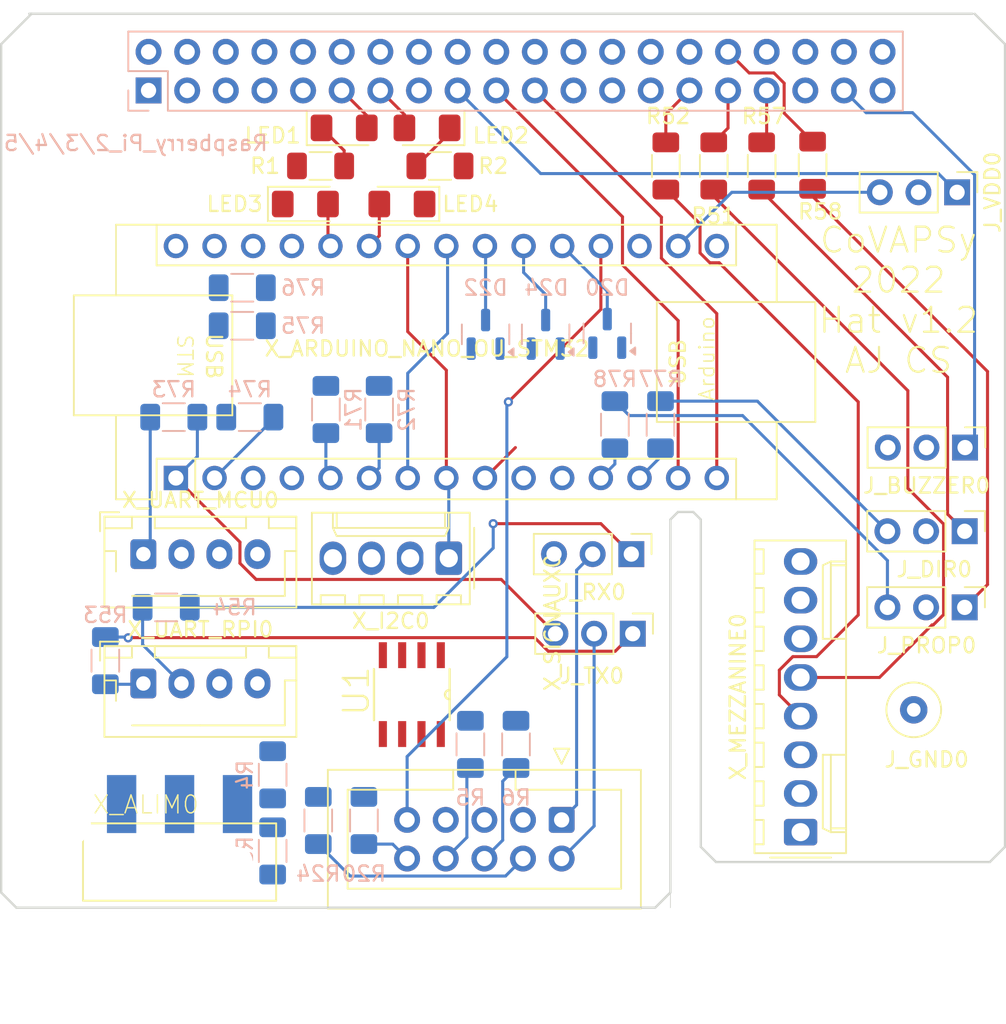
<source format=kicad_pcb>
(kicad_pcb (version 20240108) (generator "pcbnew") (generator_version "8.0")
  (layers (0 "F.Cu" signal) (31 "B.Cu" signal) (34 "B.Paste" user) (35 "F.Paste" user) (36 "B.SilkS" user "B.Silkscreen") (37 "F.SilkS" user "F.Silkscreen") (38 "B.Mask" user) (39 "F.Mask" user) (44 "Edge.Cuts" user))
  (net 0 "")
  (net 1 "GND")
  (net 2 "/CAPT_IR_G")
  (net 3 "/BUZZER_RPI")
  (net 4 "/I2C_SCL")
  (net 5 "/RX_RPI")
  (net 6 "/VCC_5V")
  (net 7 "/VDD_RPI")
  (net 8 "/MOSI")
  (net 9 "/SCK")
  (net 10 "/MISO")
  (net 11 "/I2C_SDA")
  (net 12 "/TX_RPI")
  (net 13 "Net-(LED1-K)")
  (net 14 "Net-(LED2-K)")
  (net 15 "Net-(LED3-A)")
  (net 16 "Net-(LED3-K)")
  (net 17 "Net-(LED4-K)")
  (net 18 "Net-(LED4-A)")
  (net 19 "Net-(R3-Pad1)")
  (net 20 "/V_SENSE_NiMH")
  (net 21 "/I2C_SDA_5V")
  (net 22 "/I2C_SCL_5V")
  (net 23 "/TELEM_G")
  (net 24 "/BP2")
  (net 25 "/BP1")
  (net 26 "/TX_RPI_P")
  (net 27 "/RX_RPI_P")
  (net 28 "/SERVO_DIR_RPI")
  (net 29 "/PROPULSION_RPI")
  (net 30 "Net-(X_ARDUINO_NANO_OU_STM32-D2)")
  (net 31 "Net-(X_ARDUINO_NANO_OU_STM32-D3)")
  (net 32 "/TX_MCU_P")
  (net 33 "/TX_MCU")
  (net 34 "/RX_MCU_P")
  (net 35 "/RX_MCU")
  (net 36 "/SERVO_DIR_MCU")
  (net 37 "Net-(X_ARDUINO_NANO_OU_STM32-D10)")
  (net 38 "Net-(X_ARDUINO_NANO_OU_STM32-D9)")
  (net 39 "/PROPULSION_MCU")
  (net 41 "/RESET")
  (net 44 "/MESURE_VBAT_NiMH")
  (net 46 "/VDD_MCU")
  (net 48 "/BUZZER_MCU")
  (net 50 "/MESURE_VBAT_LiPo")
  (net 51 "/FOURCHE")
  (net 52 "/PWM_DIRECTION")
  (net 53 "/RX_DIR")
  (net 54 "VDD")
  (net 55 "/TX_DIR")
  (net 56 "/PWM_PROPULSION")
  (net 57 "/BUZZER")
  (net 58 "Net-(LED1-A)")
  (net 59 "Net-(LED2-A)")
  (net 60 "Net-(Raspberry_Pi_2/3/4/5-GCLK2{slash}GPIO6)")
  (net 61 "Net-(Raspberry_Pi_2/3/4/5-GCLK1{slash}GPIO5)")
  (net 62 "Net-(Raspberry_Pi_2/3/4/5-PWM1{slash}GPIO13)")
  (net 63 "Net-(Raspberry_Pi_2/3/4/5-PWM0{slash}GPIO12)")
  (footprint "Resistor_SMD:R_1206_3216Metric_Pad1.30x1.75mm_HandSolder" (layer "F.Cu") (at 185 56.95 -90)
    (property "Reference" "R58")
    (property "Value" "560")
  )
  (footprint "Connector_Molex:Molex_KK-254_AE-6410-04A_1x04_P2.54mm_Vertical" (layer "F.Cu") (at 161.08 82.77 180)
    (property "Reference" "X_I2C0")
    (property "Value" "Conn_01x04")
  )
  (footprint "Resistor_SMD:R_1206_3216Metric_Pad1.30x1.75mm_HandSolder" (layer "F.Cu") (at 178.5 57 -90)
    (property "Reference" "R51")
    (property "Value" "560")
  )
  (footprint "" (layer "F.Cu") (at 136.15 100.23)
    (property "Reference" "@HOLE0" (hide yes))
    (property "Value" "")
  )
  (footprint "Connector_JST:JST_XH_B4B-XH-AM_1x04_P2.50mm_Vertical" (layer "F.Cu") (at 141 82.5)
    (property "Reference" "X_UART_MCU0")
    (property "Value" "Conn_01x04")
  )
  (footprint "Connector_IDC:IDC-Header_2x05_P2.54mm_Vertical" (layer "F.Cu") (at 168.5 99.96 -90)
    (property "Reference" "X_SIGNAUX0")
    (property "Value" "Conn_02x05")
  )
  (footprint "Diode_SMD:D_1206_3216Metric_Pad1.42x1.75mm_HandSolder" (layer "F.Cu") (at 151.65 59.5)
    (property "Reference" "LED3")
    (property "Value" "LEDSML1206")
  )
  (footprint "TestPoint:TestPoint_Loop_D3.50mm_Drill0.9mm_Beaded" (layer "F.Cu") (at 191.65 92.73)
    (property "Reference" "J_GND0" (hide yes))
    (property "Value" "TestPoint")
  )
  (footprint "Connector_PinHeader_2.54mm:PinHeader_1x03_P2.54mm_Vertical" (layer "F.Cu") (at 173.175 87.73 -90)
    (property "Reference" "J_TX0")
    (property "Value" "Jumper_3_Open")
  )
  (footprint "Connector_PinHeader_2.54mm:PinHeader_1x03_P2.54mm_Vertical" (layer "F.Cu") (at 195 86 -90)
    (property "Reference" "J_PROP0")
    (property "Value" "Jumper_3_Open")
  )
  (footprint "Diode_SMD:D_1206_3216Metric_Pad1.42x1.75mm_HandSolder" (layer "F.Cu") (at 159.65 54.5 180)
    (property "Reference" "LED2")
    (property "Value" "LEDSML1206")
  )
  (footprint "Connector_PinHeader_2.54mm:PinHeader_1x03_P2.54mm_Vertical" (layer "F.Cu") (at 173.08 82.5 -90)
    (property "Reference" "J_RX0")
    (property "Value" "Jumper_3_Open")
  )
  (footprint "Diode_SMD:D_1206_3216Metric_Pad1.42x1.75mm_HandSolder" (layer "F.Cu") (at 158 59.5 180)
    (property "Reference" "LED4")
    (property "Value" "LEDSML1206")
  )
  (footprint "Connector_JST:JST_XH_B4B-XH-AM_1x04_P2.50mm_Vertical" (layer "F.Cu") (at 141 91)
    (property "Reference" "X_UART_RPI0")
    (property "Value" "Conn_01x04")
  )
  (footprint "CONN_ALIM_3TROUS" (layer "F.Cu") (at 144.65 102.73 180)
    (property "Reference" "X_ALIM0")
    (property "Value" "CONN_ALIM_3TROUS" (hide yes))
  )
  (footprint "Connector_PinHeader_2.54mm:PinHeader_1x03_P2.54mm_Vertical" (layer "F.Cu") (at 195.025 75.5 -90)
    (property "Reference" "J_BUZZER0")
    (property "Value" "Jumper_3_Open" (hide yes))
  )
  (footprint "Resistor_SMD:R_1206_3216Metric_Pad1.30x1.75mm_HandSolder" (layer "F.Cu") (at 152.65 57 180)
    (property "Reference" "R1")
    (property "Value" "560")
  )
  (footprint "Resistor_SMD:R_1206_3216Metric_Pad1.30x1.75mm_HandSolder" (layer "F.Cu") (at 181.65 57 -90)
    (property "Reference" "R57")
    (property "Value" "560")
  )
  (footprint "Connector_Molex:Molex_KK-254_AE-6410-08A_1x08_P2.54mm_Vertical" (layer "F.Cu") (at 184.21 100.765 90)
    (property "Reference" "X_MEZZANINE0")
    (property "Value" "~")
  )
  (footprint "Module:Arduino_Nano" (layer "F.Cu") (at 153.14 52.5)
    (property "Reference" "X_ARDUINO_NANO_OU_STM32")
    (property "Value" "ARDUINO_NANO_STM32_NUCLEO")
  )
  (footprint "Resistor_SMD:R_1206_3216Metric_Pad1.30x1.75mm_HandSolder" (layer "F.Cu") (at 160.5 57)
    (property "Reference" "R2")
    (property "Value" "560")
  )
  (footprint "Connector_PinHeader_2.54mm:PinHeader_1x03_P2.54mm_Vertical" (layer "F.Cu") (at 195 81 -90)
    (property "Reference" "J_DIR0")
    (property "Value" "Jumper_3_Open")
  )
  (footprint "Resistor_SMD:R_1206_3216Metric_Pad1.30x1.75mm_HandSolder" (layer "F.Cu") (at 175.35 57 -90)
    (property "Reference" "R52")
    (property "Value" "560")
  )
  (footprint "PCA9517D_112:SOIC127P600X175-8N" (layer "F.Cu") (at 158.65 91.73 -90)
    (property "Reference" "U1")
    (property "Value" "PCA9517D")
  )
  (footprint "Connector_PinHeader_2.54mm:PinHeader_1x03_P2.54mm_Vertical" (layer "F.Cu") (at 194.5 58.73 -90)
    (property "Reference" "J_VDD0")
    (property "Value" "Jumper_3_Open")
  )
  (footprint "Diode_SMD:D_1206_3216Metric_Pad1.42x1.75mm_HandSolder" (layer "F.Cu") (at 154.2 54.5)
    (property "Reference" "LED1")
    (property "Value" "LEDSML1206")
  )
  (footprint "" (layer "F.Cu") (at 194.15 100.23)
    (property "Reference" "@HOLE1" (hide yes))
    (property "Value" "")
  )
  (footprint "Resistor_SMD:R_1206_3216Metric_Pad1.30x1.75mm_HandSolder" (layer "B.Cu") (at 155.5 100 90)
    (property "Reference" "R20")
    (property "Value" "560")
  )
  (footprint "Resistor_SMD:R_1206_3216Metric_Pad1.30x1.75mm_HandSolder" (layer "B.Cu") (at 148 73.5 180)
    (property "Reference" "R74")
    (property "Value" "560")
  )
  (footprint "Resistor_SMD:R_1206_3216Metric_Pad1.30x1.75mm_HandSolder" (layer "B.Cu") (at 152.5 100 90)
    (property "Reference" "R24")
    (property "Value" "560")
  )
  (footprint "Resistor_SMD:R_1206_3216Metric_Pad1.30x1.75mm_HandSolder" (layer "B.Cu") (at 147.5 67.5 180)
    (property "Reference" "R75")
    (property "Value" "560")
  )
  (footprint "Package_TO_SOT_SMD:SOT-23" (layer "B.Cu") (at 167.45 68.0625 90)
    (property "Reference" "D24")
    (property "Value" "BAT54S")
  )
  (footprint "Resistor_SMD:R_1206_3216Metric_Pad1.30x1.75mm_HandSolder" (layer "B.Cu") (at 153 73 90)
    (property "Reference" "R71")
    (property "Value" "560")
  )
  (footprint "Resistor_SMD:R_1206_3216Metric_Pad1.30x1.75mm_HandSolder" (layer "B.Cu") (at 142.5 86 180)
    (property "Reference" "R54")
    (property "Value" "560")
  )
  (footprint "Resistor_SMD:R_1206_3216Metric_Pad1.30x1.75mm_HandSolder" (layer "B.Cu") (at 147.5 65 180)
    (property "Reference" "R76")
    (property "Value" "560")
  )
  (footprint "Resistor_SMD:R_1206_3216Metric_Pad1.30x1.75mm_HandSolder" (layer "B.Cu") (at 143 73.5 180)
    (property "Reference" "R73")
    (property "Value" "560")
  )
  (footprint "Resistor_SMD:R_1206_3216Metric_Pad1.30x1.75mm_HandSolder" (layer "B.Cu") (at 156.5 73 90)
    (property "Reference" "R72")
    (property "Value" "560")
  )
  (footprint "Resistor_SMD:R_1206_3216Metric_Pad1.30x1.75mm_HandSolder" (layer "B.Cu") (at 172 74 90)
    (property "Reference" "R78")
    (property "Value" "560")
  )
  (footprint "Package_TO_SOT_SMD:SOT-23" (layer "B.Cu") (at 171.5 68 90)
    (property "Reference" "D20")
    (property "Value" "BAT54S")
  )
  (footprint "Package_TO_SOT_SMD:SOT-23" (layer "B.Cu") (at 163.5 68.0625 90)
    (property "Reference" "D22")
    (property "Value" "BAT54S")
  )
  (footprint "Resistor_SMD:R_1206_3216Metric_Pad1.30x1.75mm_HandSolder" (layer "B.Cu") (at 165.5 95 -90)
    (property "Reference" "R6")
    (property "Value" "4.7k")
  )
  (footprint "Resistor_SMD:R_1206_3216Metric_Pad1.30x1.75mm_HandSolder" (layer "B.Cu") (at 149.5 97 -90)
    (property "Reference" "R4")
    (property "Value" "1k")
  )
  (footprint "Resistor_SMD:R_1206_3216Metric_Pad1.30x1.75mm_HandSolder" (layer "B.Cu") (at 138.5 89.5 -90)
    (property "Reference" "R53")
    (property "Value" "560")
  )
  (footprint "Resistor_SMD:R_1206_3216Metric_Pad1.30x1.75mm_HandSolder" (layer "B.Cu") (at 175 74 90)
    (property "Reference" "R77")
    (property "Value" "560")
  )
  (footprint "Connector_PinHeader_2.54mm:PinHeader_2x20_P2.54mm_Vertical" (layer "B.Cu") (at 141.34 49.04 -90)
    (property "Reference" "Raspberry_Pi_2/3/4/5")
    (property "Value" "Conn_02x20")
  )
  (footprint "Resistor_SMD:R_1206_3216Metric_Pad1.30x1.75mm_HandSolder" (layer "B.Cu") (at 162.5 95 90)
    (property "Reference" "R5")
    (property "Value" "4.7k")
  )
  (footprint "Resistor_SMD:R_1206_3216Metric_Pad1.30x1.75mm_HandSolder" (layer "B.Cu") (at 149.5 102 -90)
    (property "Reference" "R3")
    (property "Value" "560")
  )
  (gr_line (start 177.15 79.73) (end 176.15 79.73) (stroke (width 0.1524)) (layer "Edge.Cuts"))
  (gr_line (start 176.15 79.73) (end 175.65 80.23) (stroke (width 0.1524)) (layer "Edge.Cuts"))
  (gr_line (start 132.65 105.73) (end 131.65 104.73) (stroke (width 0.1524)) (layer "Edge.Cuts"))
  (gr_line (start 131.65 104.73) (end 131.65 49) (stroke (width 0.1524)) (layer "Edge.Cuts"))
  (gr_line (start 196.65 102.73) (end 178.65 102.73) (stroke (width 0.1524)) (layer "Edge.Cuts"))
  (gr_line (start 195.65 47) (end 197.65 49) (stroke (width 0.1524)) (layer "Edge.Cuts"))
  (gr_line (start 197.65 49) (end 197.65 101.73) (stroke (width 0.1524)) (layer "Edge.Cuts"))
  (gr_line (start 175.65 80.23) (end 175.65 104.73) (stroke (width 0.1524)) (layer "Edge.Cuts"))
  (gr_line (start 177.65 101.73) (end 177.65 80.23) (stroke (width 0.1524)) (layer "Edge.Cuts"))
  (gr_line (start 131.65 49) (end 133.65 47) (stroke (width 0.1524)) (layer "Edge.Cuts"))
  (gr_line (start 133.5 47) (end 195.5 47) (stroke (width 0.1524)) (layer "Edge.Cuts"))
  (gr_line (start 175.65 104.73) (end 175.65 105.73) (stroke (width 0.05)) (layer "Edge.Cuts"))
  (gr_line (start 178.65 102.73) (end 177.65 101.73) (stroke (width 0.1524)) (layer "Edge.Cuts"))
  (gr_line (start 174.65 105.73) (end 132.65 105.73) (stroke (width 0.1524)) (layer "Edge.Cuts"))
  (gr_line (start 175.65 104.73) (end 174.65 105.73) (stroke (width 0.1524)) (layer "Edge.Cuts"))
  (gr_line (start 197.65 101.73) (end 196.65 102.73) (stroke (width 0.1524)) (layer "Edge.Cuts"))
  (gr_line (start 177.65 80.23) (end 177.15 79.73) (stroke (width 0.1524)) (layer "Edge.Cuts"))
  (gr_text "CoVAPSy\n2022\nHat v1.2\nAJ CS" (at 190.65 70.73 0) (layer "F.SilkS") (effects (font (size 1.63576 1.63576) (thickness 0.14224)) (justify bottom)))
  (segment (start 171.82 52.04) (end 171.96 52.04) (width 0.2) (layer "F.Cu") (net 1))
  (segment (start 171.5 65.22) (end 168.54 62.26) (width 0.2) (layer "B.Cu") (net 2))
  (segment (start 171.5 67.0625) (end 171.5 65.22) (width 0.2) (layer "B.Cu") (net 2))
  (segment (start 195.025 75.5) (end 195.65 74.875) (width 0.2) (layer "B.Cu") (net 3))
  (segment (start 195.65 74.875) (end 195.65 57.58) (width 0.2) (layer "B.Cu") (net 3))
  (segment (start 191.57 53.5) (end 188.52 53.5) (width 0.2) (layer "B.Cu") (net 3))
  (segment (start 195.65 57.58) (end 191.57 53.5) (width 0.2) (layer "B.Cu") (net 3))
  (segment (start 188.52 53.5) (end 187.06 52.04) (width 0.2) (layer "B.Cu") (net 3))
  (segment (start 158.38 62.26) (end 158.38 67.88) (width 0.2) (layer "F.Cu") (net 4))
  (segment (start 160.92 70.42) (end 160.92 77.5) (width 0.2) (layer "F.Cu") (net 4))
  (segment (start 161.08 77.66) (end 160.92 77.5) (width 0.2) (layer "F.Cu") (net 4))
  (segment (start 158.38 67.88) (end 160.92 70.42) (width 0.2) (layer "F.Cu") (net 4))
  (segment (start 161.08 82.77) (end 161.08 77.66) (width 0.2) (layer "B.Cu") (net 4))
  (segment (start 164 80.5) (end 171.08 80.5) (width 0.2) (layer "F.Cu") (net 5))
  (segment (start 171.08 80.5) (end 173.08 82.5) (width 0.2) (layer "F.Cu") (net 5))
  (via (at 164 80.5) (size 0.6) (drill 0.3) (layers "F.Cu" "B.Cu") (net 5))
  (segment (start 144.05 86) (end 160.099744 86) (width 0.2) (layer "B.Cu") (net 5))
  (segment (start 160.099744 86) (end 164 82.099744) (width 0.2) (layer "B.Cu") (net 5))
  (segment (start 164 82.099744) (end 164 80.5) (width 0.2) (layer "B.Cu") (net 5))
  (segment (start 167.12 57.5) (end 193.27 57.5) (width 0.2) (layer "B.Cu") (net 7))
  (segment (start 167.12 57.5) (end 161.66 52.04) (width 0.2) (layer "B.Cu") (net 7))
  (segment (start 193.27 57.5) (end 194.5 58.73) (width 0.2) (layer "B.Cu") (net 7))
  (segment (start 176.16 67.16) (end 172.5 63.5) (width 0.2) (layer "F.Cu") (net 8))
  (segment (start 176.16 77.5) (end 176.16 67.16) (width 0.2) (layer "F.Cu") (net 8))
  (segment (start 172.5 63.5) (end 172.5 60.34) (width 0.2) (layer "F.Cu") (net 8))
  (segment (start 172.5 60.34) (end 164.2 52.04) (width 0.2) (layer "F.Cu") (net 8))
  (segment (start 175.06 63.06) (end 175.06 60.36) (width 0.2) (layer "F.Cu") (net 10))
  (segment (start 178.7 66.7) (end 175.06 63.06) (width 0.2) (layer "F.Cu") (net 10))
  (segment (start 175.06 60.36) (end 166.74 52.04) (width 0.2) (layer "F.Cu") (net 10))
  (segment (start 178.7 77.5) (end 178.7 66.7) (width 0.2) (layer "F.Cu") (net 10))
  (segment (start 161 62.5) (end 161 68) (width 0.2) (layer "B.Cu") (net 11))
  (segment (start 160.92 62.42) (end 161 62.5) (width 0.2) (layer "B.Cu") (net 11))
  (segment (start 158.38 70.62) (end 158.38 77.5) (width 0.2) (layer "B.Cu") (net 11))
  (segment (start 160.92 62.26) (end 160.92 62.42) (width 0.2) (layer "B.Cu") (net 11))
  (segment (start 161 68) (end 158.38 70.62) (width 0.2) (layer "B.Cu") (net 11))
  (segment (start 140.0117 87.9883) (end 166.726954 87.9883) (width 0.2) (layer "F.Cu") (net 12))
  (segment (start 166.726954 87.9883) (end 167.618654 88.88) (width 0.2) (layer "F.Cu") (net 12))
  (segment (start 167.618654 88.88) (end 172.025 88.88) (width 0.2) (layer "F.Cu") (net 12))
  (segment (start 172.025 88.88) (end 173.175 87.73) (width 0.2) (layer "F.Cu") (net 12))
  (segment (start 140 88) (end 140.0117 87.9883) (width 0.2) (layer "F.Cu") (net 12))
  (via (at 140 88) (size 0.6) (drill 0.3) (layers "F.Cu" "B.Cu") (net 12))
  (segment (start 139.95 87.95) (end 140 88) (width 0.2) (layer "B.Cu") (net 12))
  (segment (start 138.5 87.95) (end 139.95 87.95) (width 0.2) (layer "B.Cu") (net 12))
  (segment (start 154.2 57) (end 154.2 55.9875) (width 0.2) (layer "F.Cu") (net 13))
  (segment (start 154.2 55.9875) (end 152.7125 54.5) (width 0.2) (layer "F.Cu") (net 13))
  (segment (start 161.1375 54.8125) (end 158.95 57) (width 0.2) (layer "F.Cu") (net 14))
  (segment (start 161.1375 54.5) (end 161.1375 54.8125) (width 0.2) (layer "F.Cu") (net 14))
  (segment (start 153.1375 59.5) (end 153.1375 62.0975) (width 0.2) (layer "F.Cu") (net 15))
  (segment (start 153.1375 62.0975) (end 153.3 62.26) (width 0.2) (layer "F.Cu") (net 15))
  (segment (start 156.5125 61.5875) (end 155.84 62.26) (width 0.2) (layer "F.Cu") (net 18))
  (segment (start 156.5125 59.5) (end 156.5125 61.5875) (width 0.2) (layer "F.Cu") (net 18))
  (segment (start 162.5 96.55) (end 162.27 96.78) (width 0.2) (layer "B.Cu") (net 21))
  (segment (start 162.27 101.11) (end 160.88 102.5) (width 0.2) (layer "B.Cu") (net 21))
  (segment (start 162.27 96.78) (end 162.27 101.11) (width 0.2) (layer "B.Cu") (net 21))
  (segment (start 165.5 96.55) (end 164.625 97.425) (width 0.2) (layer "B.Cu") (net 22))
  (segment (start 164.625 101.295) (end 163.42 102.5) (width 0.2) (layer "B.Cu") (net 22))
  (segment (start 164.625 97.425) (end 164.625 101.295) (width 0.2) (layer "B.Cu") (net 22))
  (segment (start 155.5 101.55) (end 157.39 101.55) (width 0.2) (layer "B.Cu") (net 23))
  (segment (start 157.39 101.55) (end 158.34 102.5) (width 0.2) (layer "B.Cu") (net 23))
  (segment (start 192.85 87.15) (end 189.395 90.605) (width 0.2) (layer "F.Cu") (net 24))
  (segment (start 178.5 59) (end 191.262843 71.762843) (width 0.2) (layer "F.Cu") (net 24))
  (segment (start 193.61 80.523654) (end 193.61 86.476346) (width 0.2) (layer "F.Cu") (net 24))
  (segment (start 191.262843 71.762843) (end 191.262843 78.176497) (width 0.2) (layer "F.Cu") (net 24))
  (segment (start 178.5 58.55) (end 178.5 59) (width 0.2) (layer "F.Cu") (net 24))
  (segment (start 191.262843 78.176497) (end 193.61 80.523654) (width 0.2) (layer "F.Cu") (net 24))
  (segment (start 189.395 90.605) (end 184.21 90.605) (width 0.2) (layer "F.Cu") (net 24))
  (segment (start 193.61 86.476346) (end 192.936346 87.15) (width 0.2) (layer "F.Cu") (net 24))
  (segment (start 192.936346 87.15) (end 192.85 87.15) (width 0.2) (layer "F.Cu") (net 24))
  (segment (start 182.815 90.12037) (end 183.70037 89.235) (width 0.2) (layer "F.Cu") (net 25))
  (segment (start 177.6 62.715635) (end 177.6 60.8) (width 0.2) (layer "F.Cu") (net 25))
  (segment (start 182.815 91.75) (end 182.815 90.12037) (width 0.2) (layer "F.Cu") (net 25))
  (segment (start 184.21 93.145) (end 182.815 91.75) (width 0.2) (layer "F.Cu") (net 25))
  (segment (start 177.6 60.8) (end 175.35 58.55) (width 0.2) (layer "F.Cu") (net 25))
  (segment (start 178.86 63.36) (end 178.244365 63.36) (width 0.2) (layer "F.Cu") (net 25))
  (segment (start 185.265 89.235) (end 188 86.5) (width 0.2) (layer "F.Cu") (net 25))
  (segment (start 188 72.5) (end 178.86 63.36) (width 0.2) (layer "F.Cu") (net 25))
  (segment (start 178.244365 63.36) (end 177.6 62.715635) (width 0.2) (layer "F.Cu") (net 25))
  (segment (start 188 86.5) (end 188 72.5) (width 0.2) (layer "F.Cu") (net 25))
  (segment (start 183.70037 89.235) (end 185.265 89.235) (width 0.2) (layer "F.Cu") (net 25))
  (segment (start 138.5 91.05) (end 140.95 91.05) (width 0.2) (layer "B.Cu") (net 26))
  (segment (start 140.95 91.05) (end 141 91) (width 0.2) (layer "B.Cu") (net 26))
  (segment (start 140.95 88.45) (end 143.5 91) (width 0.2) (layer "B.Cu") (net 27))
  (segment (start 140.95 86) (end 140.95 88.45) (width 0.2) (layer "B.Cu") (net 27))
  (segment (start 195 81) (end 193.875 79.875) (width 0.2) (layer "F.Cu") (net 28))
  (segment (start 193.875 79.875) (end 193.875 70.875) (width 0.2) (layer "F.Cu") (net 28))
  (segment (start 193.875 70.875) (end 181.65 58.65) (width 0.2) (layer "F.Cu") (net 28))
  (segment (start 181.65 58.65) (end 181.65 58.55) (width 0.2) (layer "F.Cu") (net 28))
  (segment (start 195 86) (end 196.5 84.5) (width 0.2) (layer "F.Cu") (net 29))
  (segment (start 196.5 70.5) (end 185 59) (width 0.2) (layer "F.Cu") (net 29))
  (segment (start 196.5 84.5) (end 196.5 70.5) (width 0.2) (layer "F.Cu") (net 29))
  (segment (start 185 59) (end 185 58.5) (width 0.2) (layer "F.Cu") (net 29))
  (segment (start 153 74.55) (end 153 77.2) (width 0.2) (layer "B.Cu") (net 30))
  (segment (start 153 77.2) (end 153.3 77.5) (width 0.2) (layer "B.Cu") (net 30))
  (segment (start 156.5 76.84) (end 155.84 77.5) (width 0.2) (layer "B.Cu") (net 31))
  (segment (start 156.5 74.55) (end 156.5 76.84) (width 0.2) (layer "B.Cu") (net 31))
  (segment (start 141.45 82.05) (end 141 82.5) (width 0.2) (layer "B.Cu") (net 32))
  (segment (start 141.45 73.5) (end 141.45 82.05) (width 0.2) (layer "B.Cu") (net 32))
  (segment (start 147.35 81.71) (end 143.14 77.5) (width 0.2) (layer "F.Cu") (net 33))
  (segment (start 148.413654 84.165) (end 147.35 83.101346) (width 0.2) (layer "F.Cu") (net 33))
  (segment (start 168.095 87.73) (end 164.53 84.165) (width 0.2) (layer "F.Cu") (net 33))
  (segment (start 164.53 84.165) (end 148.413654 84.165) (width 0.2) (layer "F.Cu") (net 33))
  (segment (start 147.35 83.101346) (end 147.35 81.71) (width 0.2) (layer "F.Cu") (net 33))
  (segment (start 144.55 76.09) (end 143.14 77.5) (width 0.2) (layer "B.Cu") (net 33))
  (segment (start 144.55 73.5) (end 144.55 76.09) (width 0.2) (layer "B.Cu") (net 33))
  (segment (start 149.55 73.5) (end 149.55 73.63) (width 0.2) (layer "B.Cu") (net 35))
  (segment (start 149.55 73.63) (end 145.68 77.5) (width 0.2) (layer "B.Cu") (net 35))
  (segment (start 181.37 72.45) (end 175 72.45) (width 0.2) (layer "B.Cu") (net 36))
  (segment (start 189.92 81) (end 181.37 72.45) (width 0.2) (layer "B.Cu") (net 36))
  (segment (start 175 76.12) (end 173.62 77.5) (width 0.2) (layer "B.Cu") (net 37))
  (segment (start 175 75.55) (end 175 76.12) (width 0.2) (layer "B.Cu") (net 37))
  (segment (start 172 76.58) (end 171.08 77.5) (width 0.2) (layer "B.Cu") (net 38))
  (segment (start 172 75.55) (end 172 76.58) (width 0.2) (layer "B.Cu") (net 38))
  (segment (start 189.92 82.92) (end 180.4 73.4) (width 0.2) (layer "B.Cu") (net 39))
  (segment (start 172.95 73.4) (end 172 72.45) (width 0.2) (layer "B.Cu") (net 39))
  (segment (start 189.92 86) (end 189.92 82.92) (width 0.2) (layer "B.Cu") (net 39))
  (segment (start 180.4 73.4) (end 172.95 73.4) (width 0.2) (layer "B.Cu") (net 39))
  (segment (start 163.5 67.125) (end 163.5 62.3) (width 0.2) (layer "B.Cu") (net 44))
  (segment (start 163.5 62.3) (end 163.46 62.26) (width 0.2) (layer "B.Cu") (net 44))
  (segment (start 189.42 58.73) (end 179.69 58.73) (width 0.2) (layer "B.Cu") (net 46))
  (segment (start 179.69 58.73) (end 176.16 62.26) (width 0.2) (layer "B.Cu") (net 46))
  (segment (start 165.46 75.5) (end 163.46 77.5) (width 0.2) (layer "F.Cu") (net 48))
  (segment (start 164.81 103.65) (end 165.96 102.5) (width 0.2) (layer "B.Cu") (net 50))
  (segment (start 167.45 67.125) (end 167.45 65.45) (width 0.2) (layer "B.Cu") (net 50))
  (segment (start 167.45 65.45) (end 166 64) (width 0.2) (layer "B.Cu") (net 50))
  (segment (start 152.5 101.55) (end 154.6 103.65) (width 0.2) (layer "B.Cu") (net 50))
  (segment (start 166 64) (end 166 62.26) (width 0.2) (layer "B.Cu") (net 50))
  (segment (start 154.6 103.65) (end 164.81 103.65) (width 0.2) (layer "B.Cu") (net 50))
  (segment (start 171.08 66.42) (end 171.08 62.26) (width 0.2) (layer "F.Cu") (net 51))
  (segment (start 165 72.5) (end 171.08 66.42) (width 0.2) (layer "F.Cu") (net 51))
  (via (at 165 72.5) (size 0.6) (drill 0.3) (layers "F.Cu" "B.Cu") (net 51))
  (segment (start 164.9 72.6) (end 165 72.5) (width 0.2) (layer "B.Cu") (net 51))
  (segment (start 158.34 99.96) (end 158.34 95.800256) (width 0.2) (layer "B.Cu") (net 51))
  (segment (start 164.9 89.240256) (end 164.9 72.6) (width 0.2) (layer "B.Cu") (net 51))
  (segment (start 158.34 95.800256) (end 164.9 89.240256) (width 0.2) (layer "B.Cu") (net 51))
  (segment (start 169.485 98.975) (end 168.5 99.96) (width 0.2) (layer "B.Cu") (net 53))
  (segment (start 169.485 83.555) (end 169.485 98.975) (width 0.2) (layer "B.Cu") (net 53))
  (segment (start 170.54 82.5) (end 169.485 83.555) (width 0.2) (layer "B.Cu") (net 53))
  (segment (start 170.635 100.365) (end 168.5 102.5) (width 0.2) (layer "B.Cu") (net 55))
  (segment (start 170.635 87.73) (end 170.635 100.365) (width 0.2) (layer "B.Cu") (net 55))
  (segment (start 155.6875 53.6875) (end 155.6875 54.5) (width 0.2) (layer "F.Cu") (net 58))
  (segment (start 154.04 52.04) (end 155.6875 53.6875) (width 0.2) (layer "F.Cu") (net 58))
  (segment (start 158.1625 54.5) (end 158.1625 53.6225) (width 0.2) (layer "F.Cu") (net 59))
  (segment (start 158.1625 53.6225) (end 156.58 52.04) (width 0.2) (layer "F.Cu") (net 59))
  (segment (start 179.44 54.51) (end 178.5 55.45) (width 0.2) (layer "F.Cu") (net 60))
  (segment (start 179.44 52.04) (end 179.44 54.51) (width 0.2) (layer "F.Cu") (net 60))
  (segment (start 175.35 53.59) (end 175.35 55.45) (width 0.2) (layer "F.Cu") (net 61))
  (segment (start 176.9 52.04) (end 175.35 53.59) (width 0.2) (layer "F.Cu") (net 61))
  (segment (start 181.98 55.12) (end 181.65 55.45) (width 0.2) (layer "F.Cu") (net 62))
  (segment (start 181.98 52.04) (end 181.98 55.12) (width 0.2) (layer "F.Cu") (net 62))
  (segment (start 183.13 51.563654) (end 183.13 53.53) (width 0.2) (layer "F.Cu") (net 63))
  (segment (start 182.456346 50.89) (end 183.13 51.563654) (width 0.2) (layer "F.Cu") (net 63))
  (segment (start 179.44 49.5) (end 180.83 50.89) (width 0.2) (layer "F.Cu") (net 63))
  (segment (start 183.13 53.53) (end 185 55.4) (width 0.2) (layer "F.Cu") (net 63))
  (segment (start 180.83 50.89) (end 182.456346 50.89) (width 0.2) (layer "F.Cu") (net 63))
)
</source>
